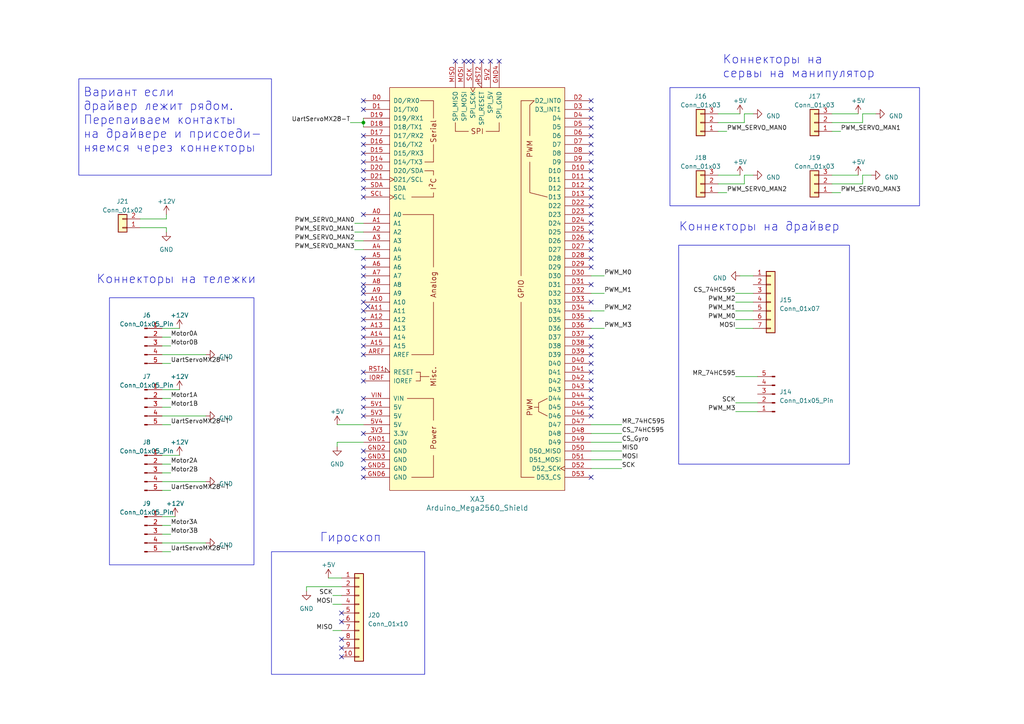
<source format=kicad_sch>
(kicad_sch (version 20230121) (generator eeschema)
  (paper "A4")
  (lib_symbols
    (symbol "Arduino:Arduino_Mega2560_Shield" (pin_names (offset 1.016))
      (property "Reference" "XA" (at 0 -62.23 0))
      (property "Value" "Arduino_Mega2560_Shield" (at 0 -66.04 0))
      (symbol "Arduino_Mega2560_Shield_0_0"
        (rectangle (start -25.4 -58.42) (end 25.4 58.42) (fill (type background)))
        (rectangle (start -20.32 -31.75) (end -12.7 -31.75))
        (rectangle (start -19.05 -54.61) (end -12.7 -54.61))
        (rectangle (start -19.05 -19.05) (end -12.7 -19.05))
        (rectangle (start -19.05 26.67) (end -12.7 26.67))
        (rectangle (start -17.78 -26.67) (end -16.51 -26.67))
        (rectangle (start -17.78 -24.13) (end -16.51 -24.13))
        (rectangle (start -16.51 -25.4) (end -13.97 -25.4))
        (rectangle (start -16.51 -24.13) (end -16.51 -26.67))
        (rectangle (start -16.51 54.61) (end -12.7 54.61))
        (rectangle (start -15.24 34.29) (end -12.7 34.29))
        (rectangle (start -15.24 36.83) (end -12.7 36.83))
        (rectangle (start -12.7 -54.61) (end -12.7 -48.26))
        (rectangle (start -12.7 -31.75) (end -12.7 -38.1))
        (rectangle (start -12.7 26.67) (end -12.7 27.94))
        (rectangle (start -12.7 34.29) (end -12.7 33.02))
        (rectangle (start -12.7 41.91) (end -12.7 36.83))
        (rectangle (start -12.7 49.53) (end -12.7 54.61))
        (rectangle (start -6.35 48.26) (end -6.35 45.72))
        (rectangle (start -2.54 45.72) (end -6.35 45.72))
        (polyline (pts (xy -21.59 21.59) (xy -12.7 21.59)))
        (polyline (pts (xy -12.7 -19.05) (xy -12.7 -3.81)))
        (polyline (pts (xy -12.7 6.35) (xy -12.7 21.59)))
        (polyline (pts (xy 12.7 -54.61) (xy 16.51 -54.61)))
        (polyline (pts (xy 12.7 54.61) (xy 16.51 54.61)))
        (polyline (pts (xy 17.78 -34.29) (xy 16.51 -34.29)))
        (polyline (pts (xy 15.24 36.83) (xy 15.24 27.94) (xy 20.32 26.67)))
        (polyline (pts (xy 15.24 44.45) (xy 15.24 53.34) (xy 16.51 54.61)))
        (polyline (pts (xy 20.32 -31.75) (xy 17.78 -33.02) (xy 17.78 -35.56) (xy 20.32 -36.83)))
        (rectangle (start 6.35 45.72) (end 2.54 45.72))
        (rectangle (start 6.35 48.26) (end 6.35 45.72))
        (text "Analog" (at -12.7 1.27 900) (effects (font (size 1.524 1.524))))
        (text "I²C" (at -12.7 30.48 900) (effects (font (size 1.524 1.524))))
        (text "Misc." (at -12.7 -25.4 900) (effects (font (size 1.524 1.524))))
        (text "Power" (at -12.7 -43.18 900) (effects (font (size 1.524 1.524))))
        (text "PWM" (at 15.24 -34.29 900) (effects (font (size 1.524 1.524))))
        (text "PWM" (at 15.24 40.64 900) (effects (font (size 1.524 1.524))))
        (text "Serial" (at -12.7 45.72 900) (effects (font (size 1.524 1.524))))
        (text "SPI" (at 0 45.72 0) (effects (font (size 1.524 1.524))))
      )
      (symbol "Arduino_Mega2560_Shield_1_0"
        (rectangle (start 12.7 -54.61) (end 12.7 -3.81))
        (rectangle (start 12.7 54.61) (end 12.7 3.81))
        (text "GPIO" (at 12.7 0 900) (effects (font (size 1.524 1.524))))
      )
      (symbol "Arduino_Mega2560_Shield_1_1"
        (pin power_out line (at -33.02 -41.91 0) (length 7.62) (name "3.3V") (number "3V3"))
        (pin power_in line (at -33.02 -34.29 0) (length 7.62) (name "5V") (number "5V1"))
        (pin power_in line (at 3.81 66.04 270) (length 7.62) (name "SPI_5V") (number "5V2"))
        (pin power_in line (at -33.02 -36.83 0) (length 7.62) (name "5V") (number "5V3"))
        (pin power_in line (at -33.02 -39.37 0) (length 7.62) (name "5V") (number "5V4"))
        (pin bidirectional line (at -33.02 21.59 0) (length 7.62) (name "A0") (number "A0"))
        (pin bidirectional line (at -33.02 19.05 0) (length 7.62) (name "A1") (number "A1"))
        (pin bidirectional line (at -33.02 -3.81 0) (length 7.62) (name "A10") (number "A10"))
        (pin bidirectional line (at -33.02 -6.35 0) (length 7.62) (name "A11") (number "A11"))
        (pin bidirectional line (at -33.02 -8.89 0) (length 7.62) (name "A12") (number "A12"))
        (pin bidirectional line (at -33.02 -11.43 0) (length 7.62) (name "A13") (number "A13"))
        (pin bidirectional line (at -33.02 -13.97 0) (length 7.62) (name "A14") (number "A14"))
        (pin bidirectional line (at -33.02 -16.51 0) (length 7.62) (name "A15") (number "A15"))
        (pin bidirectional line (at -33.02 16.51 0) (length 7.62) (name "A2") (number "A2"))
        (pin bidirectional line (at -33.02 13.97 0) (length 7.62) (name "A3") (number "A3"))
        (pin bidirectional line (at -33.02 11.43 0) (length 7.62) (name "A4") (number "A4"))
        (pin bidirectional line (at -33.02 8.89 0) (length 7.62) (name "A5") (number "A5"))
        (pin bidirectional line (at -33.02 6.35 0) (length 7.62) (name "A6") (number "A6"))
        (pin bidirectional line (at -33.02 3.81 0) (length 7.62) (name "A7") (number "A7"))
        (pin bidirectional line (at -33.02 1.27 0) (length 7.62) (name "A8") (number "A8"))
        (pin bidirectional line (at -33.02 -1.27 0) (length 7.62) (name "A9") (number "A9"))
        (pin input line (at -33.02 -19.05 0) (length 7.62) (name "AREF") (number "AREF"))
        (pin bidirectional line (at -33.02 54.61 0) (length 7.62) (name "D0/RX0") (number "D0"))
        (pin bidirectional line (at -33.02 52.07 0) (length 7.62) (name "D1/TX0") (number "D1"))
        (pin bidirectional line (at 33.02 34.29 180) (length 7.62) (name "D10") (number "D10"))
        (pin bidirectional line (at 33.02 31.75 180) (length 7.62) (name "D11") (number "D11"))
        (pin bidirectional line (at 33.02 29.21 180) (length 7.62) (name "D12") (number "D12"))
        (pin bidirectional line (at 33.02 26.67 180) (length 7.62) (name "D13") (number "D13"))
        (pin bidirectional line (at -33.02 36.83 0) (length 7.62) (name "D14/TX3") (number "D14"))
        (pin bidirectional line (at -33.02 39.37 0) (length 7.62) (name "D15/RX3") (number "D15"))
        (pin bidirectional line (at -33.02 41.91 0) (length 7.62) (name "D16/TX2") (number "D16"))
        (pin bidirectional line (at -33.02 44.45 0) (length 7.62) (name "D17/RX2") (number "D17"))
        (pin bidirectional line (at -33.02 46.99 0) (length 7.62) (name "D18/TX1") (number "D18"))
        (pin bidirectional line (at -33.02 49.53 0) (length 7.62) (name "D19/RX1") (number "D19"))
        (pin bidirectional line (at 33.02 54.61 180) (length 7.62) (name "D2_INT0") (number "D2"))
        (pin bidirectional line (at -33.02 34.29 0) (length 7.62) (name "D20/SDA") (number "D20"))
        (pin bidirectional clock (at -33.02 31.75 0) (length 7.62) (name "D21/SCL") (number "D21"))
        (pin bidirectional line (at 33.02 24.13 180) (length 7.62) (name "D22") (number "D22"))
        (pin bidirectional line (at 33.02 21.59 180) (length 7.62) (name "D23") (number "D23"))
        (pin bidirectional line (at 33.02 19.05 180) (length 7.62) (name "D24") (number "D24"))
        (pin bidirectional line (at 33.02 16.51 180) (length 7.62) (name "D25") (number "D25"))
        (pin bidirectional line (at 33.02 13.97 180) (length 7.62) (name "D26") (number "D26"))
        (pin bidirectional line (at 33.02 11.43 180) (length 7.62) (name "D27") (number "D27"))
        (pin bidirectional line (at 33.02 8.89 180) (length 7.62) (name "D28") (number "D28"))
        (pin bidirectional line (at 33.02 6.35 180) (length 7.62) (name "D29") (number "D29"))
        (pin bidirectional line (at 33.02 52.07 180) (length 7.62) (name "D3_INT1") (number "D3"))
        (pin bidirectional line (at 33.02 3.81 180) (length 7.62) (name "D30") (number "D30"))
        (pin bidirectional line (at 33.02 1.27 180) (length 7.62) (name "D31") (number "D31"))
        (pin bidirectional line (at 33.02 -1.27 180) (length 7.62) (name "D32") (number "D32"))
        (pin bidirectional line (at 33.02 -3.81 180) (length 7.62) (name "D33") (number "D33"))
        (pin bidirectional line (at 33.02 -6.35 180) (length 7.62) (name "D34") (number "D34"))
        (pin bidirectional line (at 33.02 -8.89 180) (length 7.62) (name "D35") (number "D35"))
        (pin bidirectional line (at 33.02 -11.43 180) (length 7.62) (name "D36") (number "D36"))
        (pin bidirectional line (at 33.02 -13.97 180) (length 7.62) (name "D37") (number "D37"))
        (pin bidirectional line (at 33.02 -16.51 180) (length 7.62) (name "D38") (number "D38"))
        (pin bidirectional line (at 33.02 -19.05 180) (length 7.62) (name "D39") (number "D39"))
        (pin bidirectional line (at 33.02 49.53 180) (length 7.62) (name "D4") (number "D4"))
        (pin bidirectional line (at 33.02 -21.59 180) (length 7.62) (name "D40") (number "D40"))
        (pin bidirectional line (at 33.02 -24.13 180) (length 7.62) (name "D41") (number "D41"))
        (pin bidirectional line (at 33.02 -26.67 180) (length 7.62) (name "D42") (number "D42"))
        (pin bidirectional line (at 33.02 -29.21 180) (length 7.62) (name "D43") (number "D43"))
        (pin bidirectional line (at 33.02 -31.75 180) (length 7.62) (name "D44") (number "D44"))
        (pin bidirectional line (at 33.02 -34.29 180) (length 7.62) (name "D45") (number "D45"))
        (pin bidirectional line (at 33.02 -36.83 180) (length 7.62) (name "D46") (number "D46"))
        (pin bidirectional line (at 33.02 -39.37 180) (length 7.62) (name "D47") (number "D47"))
        (pin bidirectional line (at 33.02 -41.91 180) (length 7.62) (name "D48") (number "D48"))
        (pin bidirectional line (at 33.02 -44.45 180) (length 7.62) (name "D49") (number "D49"))
        (pin bidirectional line (at 33.02 46.99 180) (length 7.62) (name "D5") (number "D5"))
        (pin bidirectional line (at 33.02 -46.99 180) (length 7.62) (name "D50_MISO") (number "D50"))
        (pin bidirectional line (at 33.02 -49.53 180) (length 7.62) (name "D51_MOSI") (number "D51"))
        (pin bidirectional clock (at 33.02 -52.07 180) (length 7.62) (name "D52_SCK") (number "D52"))
        (pin bidirectional line (at 33.02 -54.61 180) (length 7.62) (name "D53_CS") (number "D53"))
        (pin bidirectional line (at 33.02 44.45 180) (length 7.62) (name "D6") (number "D6"))
        (pin bidirectional line (at 33.02 41.91 180) (length 7.62) (name "D7") (number "D7"))
        (pin bidirectional line (at 33.02 39.37 180) (length 7.62) (name "D8") (number "D8"))
        (pin bidirectional line (at 33.02 36.83 180) (length 7.62) (name "D9") (number "D9"))
        (pin power_in line (at -33.02 -44.45 0) (length 7.62) (name "GND") (number "GND1"))
        (pin power_in line (at -33.02 -46.99 0) (length 7.62) (name "GND") (number "GND2"))
        (pin power_in line (at -33.02 -49.53 0) (length 7.62) (name "GND") (number "GND3"))
        (pin power_in line (at 6.35 66.04 270) (length 7.62) (name "SPI_GND") (number "GND4"))
        (pin power_in line (at -33.02 -52.07 0) (length 7.62) (name "GND") (number "GND5"))
        (pin power_in line (at -33.02 -54.61 0) (length 7.62) (name "GND") (number "GND6"))
        (pin output line (at -33.02 -26.67 0) (length 7.62) (name "IOREF") (number "IORF"))
        (pin input line (at -6.35 66.04 270) (length 7.62) (name "SPI_MISO") (number "MISO"))
        (pin output line (at -3.81 66.04 270) (length 7.62) (name "SPI_MOSI") (number "MOSI"))
        (pin open_collector input_low (at -33.02 -24.13 0) (length 7.62) (name "RESET") (number "RST1"))
        (pin open_collector input_low (at 1.27 66.04 270) (length 7.62) (name "SPI_RESET") (number "RST2"))
        (pin output clock (at -1.27 66.04 270) (length 7.62) (name "SPI_SCK") (number "SCK"))
        (pin bidirectional clock (at -33.02 26.67 0) (length 7.62) (name "SCL") (number "SCL"))
        (pin bidirectional line (at -33.02 29.21 0) (length 7.62) (name "SDA") (number "SDA"))
        (pin power_in line (at -33.02 -31.75 0) (length 7.62) (name "VIN") (number "VIN"))
      )
    )
    (symbol "Connector:Conn_01x05_Pin" (pin_names (offset 1.016) hide)
      (property "Reference" "J" (at 0 7.62 0))
      (property "Value" "Conn_01x05_Pin" (at 0 -7.62 0))
      (symbol "Conn_01x05_Pin_1_1"
        (polyline (pts (xy 1.27 -5.08) (xy 0.8636 -5.08)) (stroke (width 0.1524)))
        (polyline (pts (xy 1.27 -2.54) (xy 0.8636 -2.54)) (stroke (width 0.1524)))
        (polyline (pts (xy 1.27 0) (xy 0.8636 0)) (stroke (width 0.1524)))
        (polyline (pts (xy 1.27 2.54) (xy 0.8636 2.54)) (stroke (width 0.1524)))
        (polyline (pts (xy 1.27 5.08) (xy 0.8636 5.08)) (stroke (width 0.1524)))
        (rectangle (start 0.8636 -4.953) (end 0 -5.207) (stroke (width 0.1524)) (fill (type outline)))
        (rectangle (start 0.8636 -2.413) (end 0 -2.667) (stroke (width 0.1524)) (fill (type outline)))
        (rectangle (start 0.8636 0.127) (end 0 -0.127) (stroke (width 0.1524)) (fill (type outline)))
        (rectangle (start 0.8636 2.667) (end 0 2.413) (stroke (width 0.1524)) (fill (type outline)))
        (rectangle (start 0.8636 5.207) (end 0 4.953) (stroke (width 0.1524)) (fill (type outline)))
        (pin passive line (at 5.08 5.08 180) (length 3.81) (name "Pin_1") (number "1"))
        (pin passive line (at 5.08 2.54 180) (length 3.81) (name "Pin_2") (number "2"))
        (pin passive line (at 5.08 0 180) (length 3.81) (name "Pin_3") (number "3"))
        (pin passive line (at 5.08 -2.54 180) (length 3.81) (name "Pin_4") (number "4"))
        (pin passive line (at 5.08 -5.08 180) (length 3.81) (name "Pin_5") (number "5"))
      )
    )
    (symbol "Connector_Generic:Conn_01x02" (pin_names (offset 1.016) hide)
      (property "Reference" "J" (at 0 2.54 0))
      (property "Value" "Conn_01x02" (at 0 -5.08 0))
      (symbol "Conn_01x02_1_1"
        (rectangle (start -1.27 -2.413) (end 0 -2.667) (stroke (width 0.1524)))
        (rectangle (start -1.27 0.127) (end 0 -0.127) (stroke (width 0.1524)))
        (rectangle (start -1.27 1.27) (end 1.27 -3.81) (stroke (width 0.254)) (fill (type background)))
        (pin passive line (at -5.08 0 0) (length 3.81) (name "Pin_1") (number "1"))
        (pin passive line (at -5.08 -2.54 0) (length 3.81) (name "Pin_2") (number "2"))
      )
    )
    (symbol "Connector_Generic:Conn_01x03" (pin_names (offset 1.016) hide)
      (property "Reference" "J" (at 0 5.08 0))
      (property "Value" "Conn_01x03" (at 0 -5.08 0))
      (symbol "Conn_01x03_1_1"
        (rectangle (start -1.27 -2.413) (end 0 -2.667) (stroke (width 0.1524)))
        (rectangle (start -1.27 0.127) (end 0 -0.127) (stroke (width 0.1524)))
        (rectangle (start -1.27 2.667) (end 0 2.413) (stroke (width 0.1524)))
        (rectangle (start -1.27 3.81) (end 1.27 -3.81) (stroke (width 0.254)) (fill (type background)))
        (pin passive line (at -5.08 2.54 0) (length 3.81) (name "Pin_1") (number "1"))
        (pin passive line (at -5.08 0 0) (length 3.81) (name "Pin_2") (number "2"))
        (pin passive line (at -5.08 -2.54 0) (length 3.81) (name "Pin_3") (number "3"))
      )
    )
    (symbol "Connector_Generic:Conn_01x07" (pin_names (offset 1.016) hide)
      (property "Reference" "J" (at 0 10.16 0))
      (property "Value" "Conn_01x07" (at 0 -10.16 0))
      (symbol "Conn_01x07_1_1"
        (rectangle (start -1.27 -7.493) (end 0 -7.747) (stroke (width 0.1524)))
        (rectangle (start -1.27 -4.953) (end 0 -5.207) (stroke (width 0.1524)))
        (rectangle (start -1.27 -2.413) (end 0 -2.667) (stroke (width 0.1524)))
        (rectangle (start -1.27 0.127) (end 0 -0.127) (stroke (width 0.1524)))
        (rectangle (start -1.27 2.667) (end 0 2.413) (stroke (width 0.1524)))
        (rectangle (start -1.27 5.207) (end 0 4.953) (stroke (width 0.1524)))
        (rectangle (start -1.27 7.747) (end 0 7.493) (stroke (width 0.1524)))
        (rectangle (start -1.27 8.89) (end 1.27 -8.89) (stroke (width 0.254)) (fill (type background)))
        (pin passive line (at -5.08 7.62 0) (length 3.81) (name "Pin_1") (number "1"))
        (pin passive line (at -5.08 5.08 0) (length 3.81) (name "Pin_2") (number "2"))
        (pin passive line (at -5.08 2.54 0) (length 3.81) (name "Pin_3") (number "3"))
        (pin passive line (at -5.08 0 0) (length 3.81) (name "Pin_4") (number "4"))
        (pin passive line (at -5.08 -2.54 0) (length 3.81) (name "Pin_5") (number "5"))
        (pin passive line (at -5.08 -5.08 0) (length 3.81) (name "Pin_6") (number "6"))
        (pin passive line (at -5.08 -7.62 0) (length 3.81) (name "Pin_7") (number "7"))
      )
    )
    (symbol "Connector_Generic:Conn_01x10" (pin_names (offset 1.016) hide)
      (property "Reference" "J" (at 0 12.7 0))
      (property "Value" "Conn_01x10" (at 0 -15.24 0))
      (symbol "Conn_01x10_1_1"
        (rectangle (start -1.27 -12.573) (end 0 -12.827) (stroke (width 0.1524)))
        (rectangle (start -1.27 -10.033) (end 0 -10.287) (stroke (width 0.1524)))
        (rectangle (start -1.27 -7.493) (end 0 -7.747) (stroke (width 0.1524)))
        (rectangle (start -1.27 -4.953) (end 0 -5.207) (stroke (width 0.1524)))
        (rectangle (start -1.27 -2.413) (end 0 -2.667) (stroke (width 0.1524)))
        (rectangle (start -1.27 0.127) (end 0 -0.127) (stroke (width 0.1524)))
        (rectangle (start -1.27 2.667) (end 0 2.413) (stroke (width 0.1524)))
        (rectangle (start -1.27 5.207) (end 0 4.953) (stroke (width 0.1524)))
        (rectangle (start -1.27 7.747) (end 0 7.493) (stroke (width 0.1524)))
        (rectangle (start -1.27 10.287) (end 0 10.033) (stroke (width 0.1524)))
        (rectangle (start -1.27 11.43) (end 1.27 -13.97) (stroke (width 0.254)) (fill (type background)))
        (pin passive line (at -5.08 10.16 0) (length 3.81) (name "Pin_1") (number "1"))
        (pin passive line (at -5.08 -12.7 0) (length 3.81) (name "Pin_10") (number "10"))
        (pin passive line (at -5.08 7.62 0) (length 3.81) (name "Pin_2") (number "2"))
        (pin passive line (at -5.08 5.08 0) (length 3.81) (name "Pin_3") (number "3"))
        (pin passive line (at -5.08 2.54 0) (length 3.81) (name "Pin_4") (number "4"))
        (pin passive line (at -5.08 0 0) (length 3.81) (name "Pin_5") (number "5"))
        (pin passive line (at -5.08 -2.54 0) (length 3.81) (name "Pin_6") (number "6"))
        (pin passive line (at -5.08 -5.08 0) (length 3.81) (name "Pin_7") (number "7"))
        (pin passive line (at -5.08 -7.62 0) (length 3.81) (name "Pin_8") (number "8"))
        (pin passive line (at -5.08 -10.16 0) (length 3.81) (name "Pin_9") (number "9"))
      )
    )
    (symbol "power:+12V" (power) (pin_names (offset 0))
      (property "Value" "+12V" (at 0 3.556 0))
      (symbol "+12V_0_1"
        (polyline (pts (xy -0.762 1.27) (xy 0 2.54)))
        (polyline (pts (xy 0 0) (xy 0 2.54)))
        (polyline (pts (xy 0 2.54) (xy 0.762 1.27)))
      )
      (symbol "+12V_1_1"
        (pin power_in line (at 0 0 90) (length 0) hide (name "+12V") (number "1"))
      )
    )
    (symbol "power:+5V" (power) (pin_names (offset 0))
      (property "Value" "+5V" (at 0 3.556 0))
      (symbol "+5V_0_1"
        (polyline (pts (xy -0.762 1.27) (xy 0 2.54)))
        (polyline (pts (xy 0 0) (xy 0 2.54)))
        (polyline (pts (xy 0 2.54) (xy 0.762 1.27)))
      )
      (symbol "+5V_1_1"
        (pin power_in line (at 0 0 90) (length 0) hide (name "+5V") (number "1"))
      )
    )
    (symbol "power:GND" (power) (pin_names (offset 0))
      (property "Value" "GND" (at 0 -3.81 0))
      (symbol "GND_0_1"
        (polyline (pts (xy 0 0) (xy 0 -1.27) (xy 1.27 -1.27) (xy 0 -2.54) (xy -1.27 -1.27) (xy 0 -1.27)))
      )
      (symbol "GND_1_1"
        (pin power_in line (at 0 0 270) (length 0) hide (name "GND") (number "1"))
      )
    )
  )
  (junction (at 105.41 35.56))
  (no_connect (at 171.45 36.83))
  (no_connect (at 105.41 74.93))
  (no_connect (at 105.41 39.37))
  (no_connect (at 105.41 82.55))
  (no_connect (at 171.45 120.65))
  (no_connect (at 105.41 29.21))
  (no_connect (at 105.41 85.09))
  (no_connect (at 105.41 107.95))
  (no_connect (at 171.45 82.55))
  (no_connect (at 105.41 52.07))
  (no_connect (at 105.41 138.43))
  (no_connect (at 171.45 107.95))
  (no_connect (at 171.45 74.93))
  (no_connect (at 99.06 177.8))
  (no_connect (at 171.45 52.07))
  (no_connect (at 99.06 180.34))
  (no_connect (at 105.41 80.01))
  (no_connect (at 105.41 133.35))
  (no_connect (at 105.41 118.11))
  (no_connect (at 139.7 17.78))
  (no_connect (at 105.41 41.91))
  (no_connect (at 105.41 100.33))
  (no_connect (at 171.45 29.21))
  (no_connect (at 105.41 120.65))
  (no_connect (at 171.45 92.71))
  (no_connect (at 142.24 17.78))
  (no_connect (at 171.45 115.57))
  (no_connect (at 105.41 92.71))
  (no_connect (at 105.41 77.47))
  (no_connect (at 105.41 31.75))
  (no_connect (at 171.45 102.87))
  (no_connect (at 105.41 46.99))
  (no_connect (at 171.45 54.61))
  (no_connect (at 105.41 135.89))
  (no_connect (at 171.45 44.45))
  (no_connect (at 99.06 190.5))
  (no_connect (at 105.41 95.25))
  (no_connect (at 105.41 90.17))
  (no_connect (at 171.45 97.79))
  (no_connect (at 105.41 44.45))
  (no_connect (at 105.41 83.82))
  (no_connect (at 171.45 57.15))
  (no_connect (at 171.45 39.37))
  (no_connect (at 171.45 72.39))
  (no_connect (at 105.41 87.63))
  (no_connect (at 105.41 110.49))
  (no_connect (at 137.16 17.78))
  (no_connect (at 144.78 17.78))
  (no_connect (at 99.06 187.96))
  (no_connect (at 171.45 67.31))
  (no_connect (at 171.45 105.41))
  (no_connect (at 171.45 87.63))
  (no_connect (at 171.45 46.99))
  (no_connect (at 171.45 31.75))
  (no_connect (at 105.41 49.53))
  (no_connect (at 105.41 62.23))
  (no_connect (at 171.45 77.47))
  (no_connect (at 134.62 17.78))
  (no_connect (at 106.68 88.9))
  (no_connect (at 171.45 41.91))
  (no_connect (at 105.41 97.79))
  (no_connect (at 171.45 64.77))
  (no_connect (at 171.45 69.85))
  (no_connect (at 171.45 34.29))
  (no_connect (at 105.41 130.81))
  (no_connect (at 171.45 100.33))
  (no_connect (at 171.45 62.23))
  (no_connect (at 105.41 125.73))
  (no_connect (at 171.45 138.43))
  (no_connect (at 171.45 49.53))
  (no_connect (at 171.45 59.69))
  (no_connect (at 105.41 57.15))
  (no_connect (at 171.45 113.03))
  (no_connect (at 105.41 115.57))
  (no_connect (at 132.08 17.78))
  (no_connect (at 171.45 110.49))
  (no_connect (at 105.41 102.87))
  (no_connect (at 105.41 54.61))
  (no_connect (at 99.06 185.42))
  (no_connect (at 135.89 17.78))
  (no_connect (at 171.45 118.11))
  (wire (pts (xy 105.41 34.29) (xy 105.41 35.56)))
  (wire (pts (xy 241.3 38.1) (xy 243.84 38.1)))
  (wire (pts (xy 171.45 128.27) (xy 180.34 128.27)))
  (wire (pts (xy 208.28 55.88) (xy 210.82 55.88)))
  (wire (pts (xy 88.9 170.18) (xy 99.06 170.18)))
  (wire (pts (xy 215.9 50.8) (xy 218.44 50.8)))
  (wire (pts (xy 46.99 132.08) (xy 52.07 132.08)))
  (wire (pts (xy 250.19 33.02) (xy 250.19 35.56)))
  (wire (pts (xy 215.9 33.02) (xy 215.9 35.56)))
  (wire (pts (xy 213.36 87.63) (xy 218.44 87.63)))
  (wire (pts (xy 105.41 35.56) (xy 105.41 36.83)))
  (wire (pts (xy 46.99 149.86) (xy 50.8 149.86)))
  (wire (pts (xy 213.36 95.25) (xy 218.44 95.25)))
  (wire (pts (xy 241.3 50.8) (xy 248.92 50.8)))
  (wire (pts (xy 215.9 50.8) (xy 215.9 53.34)))
  (wire (pts (xy 208.28 38.1) (xy 210.82 38.1)))
  (wire (pts (xy 96.52 172.72) (xy 99.06 172.72)))
  (wire (pts (xy 213.36 85.09) (xy 218.44 85.09)))
  (wire (pts (xy 171.45 85.09) (xy 175.26 85.09)))
  (wire (pts (xy 171.45 123.19) (xy 180.34 123.19)))
  (wire (pts (xy 40.64 63.5) (xy 48.26 63.5)))
  (wire (pts (xy 101.6 35.56) (xy 105.41 35.56)))
  (wire (pts (xy 46.99 154.94) (xy 49.53 154.94)))
  (wire (pts (xy 46.99 123.19) (xy 49.53 123.19)))
  (wire (pts (xy 213.36 90.17) (xy 218.44 90.17)))
  (wire (pts (xy 46.99 95.25) (xy 52.07 95.25)))
  (wire (pts (xy 46.99 160.02) (xy 49.53 160.02)))
  (wire (pts (xy 171.45 95.25) (xy 175.26 95.25)))
  (wire (pts (xy 46.99 105.41) (xy 49.53 105.41)))
  (wire (pts (xy 171.45 135.89) (xy 180.34 135.89)))
  (wire (pts (xy 46.99 137.16) (xy 49.53 137.16)))
  (wire (pts (xy 214.63 80.01) (xy 218.44 80.01)))
  (wire (pts (xy 213.36 119.38) (xy 219.71 119.38)))
  (wire (pts (xy 96.52 182.88) (xy 99.06 182.88)))
  (wire (pts (xy 40.64 66.04) (xy 48.26 66.04)))
  (wire (pts (xy 241.3 55.88) (xy 243.84 55.88)))
  (wire (pts (xy 46.99 142.24) (xy 49.53 142.24)))
  (wire (pts (xy 102.87 64.77) (xy 105.41 64.77)))
  (wire (pts (xy 171.45 130.81) (xy 180.34 130.81)))
  (wire (pts (xy 48.26 66.04) (xy 48.26 67.31)))
  (wire (pts (xy 46.99 118.11) (xy 49.53 118.11)))
  (wire (pts (xy 88.9 170.18) (xy 88.9 171.45)))
  (wire (pts (xy 215.9 33.02) (xy 218.44 33.02)))
  (wire (pts (xy 171.45 133.35) (xy 180.34 133.35)))
  (wire (pts (xy 213.36 92.71) (xy 218.44 92.71)))
  (wire (pts (xy 213.36 116.84) (xy 219.71 116.84)))
  (wire (pts (xy 250.19 50.8) (xy 250.19 53.34)))
  (wire (pts (xy 213.36 109.22) (xy 219.71 109.22)))
  (wire (pts (xy 171.45 125.73) (xy 180.34 125.73)))
  (wire (pts (xy 250.19 50.8) (xy 252.73 50.8)))
  (wire (pts (xy 215.9 53.34) (xy 208.28 53.34)))
  (wire (pts (xy 171.45 80.01) (xy 175.26 80.01)))
  (wire (pts (xy 46.99 120.65) (xy 59.69 120.65)))
  (wire (pts (xy 46.99 139.7) (xy 59.69 139.7)))
  (wire (pts (xy 250.19 53.34) (xy 241.3 53.34)))
  (wire (pts (xy 215.9 35.56) (xy 208.28 35.56)))
  (wire (pts (xy 102.87 72.39) (xy 105.41 72.39)))
  (wire (pts (xy 241.3 33.02) (xy 248.92 33.02)))
  (wire (pts (xy 46.99 152.4) (xy 49.53 152.4)))
  (wire (pts (xy 97.79 128.27) (xy 97.79 129.54)))
  (wire (pts (xy 208.28 33.02) (xy 214.63 33.02)))
  (wire (pts (xy 46.99 134.62) (xy 49.53 134.62)))
  (wire (pts (xy 102.87 69.85) (xy 105.41 69.85)))
  (wire (pts (xy 102.87 67.31) (xy 105.41 67.31)))
  (wire (pts (xy 105.41 128.27) (xy 97.79 128.27)))
  (wire (pts (xy 46.99 102.87) (xy 59.69 102.87)))
  (wire (pts (xy 46.99 100.33) (xy 49.53 100.33)))
  (wire (pts (xy 250.19 35.56) (xy 241.3 35.56)))
  (wire (pts (xy 46.99 97.79) (xy 49.53 97.79)))
  (wire (pts (xy 208.28 50.8) (xy 214.63 50.8)))
  (wire (pts (xy 171.45 90.17) (xy 175.26 90.17)))
  (wire (pts (xy 250.19 33.02) (xy 254 33.02)))
  (wire (pts (xy 46.99 115.57) (xy 49.53 115.57)))
  (wire (pts (xy 46.99 157.48) (xy 59.69 157.48)))
  (wire (pts (xy 96.52 175.26) (xy 99.06 175.26)))
  (wire (pts (xy 46.99 113.03) (xy 52.07 113.03)))
  (wire (pts (xy 97.79 123.19) (xy 105.41 123.19)))
  (wire (pts (xy 95.25 167.64) (xy 99.06 167.64)))
  (wire (pts (xy 48.26 63.5) (xy 48.26 62.23)))
  (rectangle (start 194.31 25.4) (end 266.7 59.69))
  (rectangle (start 31.75 86.36) (end 73.66 163.83))
  (rectangle (start 22.86 22.86) (end 78.74 50.8))
  (rectangle (start 78.74 160.02) (end 123.19 195.58))
  (rectangle (start 196.85 71.12) (end 246.38 134.62))
  (text "Вариант если\nдрайвер лежит рядом.\nПерепаиваем контакты\nна драйвере и присоеди-\nняемся через коннекторы" (at 24.13 44.45 0) (effects (font (size 2.5 2.5)) (justify left bottom)))
  (text "Коннекторы на\nсервы на манипулятор" (at 209.55 22.86 0) (effects (font (size 2.5 2.5)) (justify left bottom)))
  (text "Гироскоп" (at 92.71 157.48 0) (effects (font (size 2.5 2.5)) (justify left bottom)))
  (text "Коннекторы на тележки" (at 27.94 82.55 0) (effects (font (size 2.5 2.5)) (justify left bottom)))
  (text "Коннекторы на драйвер" (at 196.85 67.31 0) (effects (font (size 2.5 2.5)) (justify left bottom)))
  (label "SCK" (at 96.52 172.72 180))
  (label "UartServoMX28-T" (at 49.53 105.41 0))
  (label "UartServoMX28-T" (at 101.6 35.56 180))
  (label "Motor1B" (at 49.53 118.11 0))
  (label "UartServoMX28-T" (at 49.53 160.02 0))
  (label "MISO" (at 96.52 182.88 180))
  (label "PWM_M0" (at 213.36 92.71 180))
  (label "MOSI" (at 180.34 133.35 0))
  (label "MOSI" (at 213.36 95.25 180))
  (label "PWM_SERVO_MAN2" (at 102.87 69.85 180))
  (label "PWM_SERVO_MAN0" (at 102.87 64.77 180))
  (label "PWM_SERVO_MAN1" (at 102.87 67.31 180))
  (label "PWM_SERVO_MAN0" (at 210.82 38.1 0))
  (label "CS_74HC595" (at 213.36 85.09 180))
  (label "SCK" (at 213.36 116.84 180))
  (label "Motor0A" (at 49.53 97.79 0))
  (label "PWM_SERVO_MAN1" (at 243.84 38.1 0))
  (label "PWM_SERVO_MAN3" (at 102.87 72.39 180))
  (label "MR_74HC595" (at 180.34 123.19 0))
  (label "Motor2A" (at 49.53 134.62 0))
  (label "PWM_SERVO_MAN2" (at 210.82 55.88 0))
  (label "PWM_M3" (at 213.36 119.38 180))
  (label "Motor0B" (at 49.53 100.33 0))
  (label "PWM_M3" (at 175.26 95.25 0))
  (label "Motor3A" (at 49.53 152.4 0))
  (label "CS_Gyro" (at 180.34 128.27 0))
  (label "UartServoMX28-T" (at 49.53 123.19 0))
  (label "MOSI" (at 96.52 175.26 180))
  (label "Motor2B" (at 49.53 137.16 0))
  (label "Motor1A" (at 49.53 115.57 0))
  (label "PWM_M0" (at 175.26 80.01 0))
  (label "MR_74HC595" (at 213.36 109.22 180))
  (label "MISO" (at 180.34 130.81 0))
  (label "PWM_M1" (at 213.36 90.17 180))
  (label "PWM_SERVO_MAN3" (at 243.84 55.88 0))
  (label "PWM_M2" (at 213.36 87.63 180))
  (label "CS_74HC595" (at 180.34 125.73 0))
  (label "PWM_M2" (at 175.26 90.17 0))
  (label "UartServoMX28-T" (at 49.53 142.24 0))
  (label "SCK" (at 180.34 135.89 0))
  (label "PWM_M1" (at 175.26 85.09 0))
  (label "Motor3B" (at 49.53 154.94 0))
  (symbol (lib_id "power:+5V") (at 95.25 167.64 0) (unit 1)
    (property "Reference" "#PWR039" (effects hide))
    (property "Value" "+5V" (at 95.25 163.83 0))
  )
  (symbol (lib_id "power:+5V") (at 248.92 50.8 0) (unit 1)
    (property "Reference" "#PWR037" (effects hide))
    (property "Value" "+5V" (at 248.92 46.99 0))
  )
  (symbol (lib_id "Connector_Generic:Conn_01x03") (at 203.2 53.34 180) (unit 1)
    (property "Reference" "J18" (at 203.2 45.72 0))
    (property "Value" "Conn_01x03" (at 203.2 48.26 0))
    (property "Footprint" "Connector_PinSocket_2.54mm:PinSocket_1x03_P2.54mm_Vertical" (effects hide))
  )
  (symbol (lib_id "power:GND") (at 59.69 139.7 90) (unit 1)
    (property "Reference" "#PWR015" (effects hide))
    (property "Value" "GND" (at 63.5 140.335 90) (effects (justify right)))
    (instances (project "Mega-servo" (path "" (reference "#PWR015") (unit 1)) (path "" (reference "#PWR027") (unit 1))))
  )
  (symbol (lib_id "Arduino:Arduino_Mega2560_Shield") (at 138.43 83.82 0) (unit 1)
    (property "Reference" "XA3" (at 138.43 144.78 0) (effects (font (size 1.524 1.524))))
    (property "Value" "Arduino_Mega2560_Shield" (at 138.43 147.32 0) (effects (font (size 1.524 1.524))))
    (property "Footprint" "Arduino:Arduino_Mega2560_Shield" (effects hide))
    (property "Datasheet" "https://docs.arduino.cc/hardware/mega-2560" (effects hide))
  )
  (symbol (lib_id "Connector_Generic:Conn_01x03") (at 236.22 53.34 180) (unit 1)
    (property "Reference" "J19" (at 236.22 45.72 0))
    (property "Value" "Conn_01x03" (at 236.22 48.26 0))
    (property "Footprint" "Connector_PinSocket_2.54mm:PinSocket_1x03_P2.54mm_Vertical" (effects hide))
  )
  (symbol (lib_id "power:GND") (at 59.69 102.87 90) (unit 1)
    (property "Reference" "#PWR013" (effects hide))
    (property "Value" "GND" (at 63.5 103.505 90) (effects (justify right)))
    (instances (project "Mega-servo" (path "" (reference "#PWR013") (unit 1)) (path "" (reference "#PWR025") (unit 1))))
  )
  (symbol (lib_id "Connector_Generic:Conn_01x03") (at 203.2 35.56 180) (unit 1)
    (property "Reference" "J16" (at 203.2 27.94 0))
    (property "Value" "Conn_01x03" (at 203.2 30.48 0))
    (property "Footprint" "Connector_PinSocket_2.54mm:PinSocket_1x03_P2.54mm_Vertical" (effects hide))
  )
  (symbol (lib_id "power:+5V") (at 97.79 123.19 0) (unit 1)
    (property "Reference" "#PWR040" (effects hide))
    (property "Value" "+5V" (at 97.79 119.38 0))
  )
  (symbol (lib_id "power:GND") (at 218.44 50.8 90) (unit 1)
    (property "Reference" "#PWR016" (effects hide))
    (property "Value" "GND" (at 222.25 51.435 90) (effects (justify right)))
    (instances (project "Mega-servo" (path "" (reference "#PWR016") (unit 1)) (path "" (reference "#PWR032") (unit 1))))
  )
  (symbol (lib_id "power:GND") (at 252.73 50.8 90) (unit 1)
    (property "Reference" "#PWR016" (effects hide))
    (property "Value" "GND" (at 256.54 51.435 90) (effects (justify right)))
    (instances (project "Mega-servo" (path "" (reference "#PWR016") (unit 1)) (path "" (reference "#PWR033") (unit 1))))
  )
  (symbol (lib_id "power:GND") (at 254 33.02 90) (unit 1)
    (property "Reference" "#PWR016" (effects hide))
    (property "Value" "GND" (at 257.81 33.655 90) (effects (justify right)))
    (instances (project "Mega-servo" (path "" (reference "#PWR016") (unit 1)) (path "" (reference "#PWR031") (unit 1))))
  )
  (symbol (lib_id "power:+5V") (at 214.63 33.02 0) (unit 1)
    (property "Reference" "#PWR034" (effects hide))
    (property "Value" "+5V" (at 214.63 29.21 0))
  )
  (symbol (lib_id "Connector:Conn_01x05_Pin") (at 41.91 137.16 0) (unit 1)
    (property "Reference" "J8" (at 42.545 128.27 0))
    (property "Value" "Conn_01x05_Pin" (at 42.545 130.81 0))
    (property "Footprint" "Connector_PinHeader_2.54mm:PinHeader_1x05_P2.54mm_Vertical" (effects hide))
    (instances (project "Mega-servo" (path "" (reference "J8") (unit 1)) (path "" (reference "J12") (unit 1))))
  )
  (symbol (lib_id "power:GND") (at 59.69 157.48 90) (unit 1)
    (property "Reference" "#PWR016" (effects hide))
    (property "Value" "GND" (at 63.5 158.115 90) (effects (justify right)))
    (instances (project "Mega-servo" (path "" (reference "#PWR016") (unit 1)) (path "" (reference "#PWR028") (unit 1))))
  )
  (symbol (lib_id "power:GND") (at 59.69 120.65 90) (unit 1)
    (property "Reference" "#PWR014" (effects hide))
    (property "Value" "GND" (at 63.5 121.285 90) (effects (justify right)))
    (instances (project "Mega-servo" (path "" (reference "#PWR014") (unit 1)) (path "" (reference "#PWR026") (unit 1))))
  )
  (symbol (lib_id "power:+12V") (at 52.07 95.25 0) (unit 1)
    (property "Reference" "#PWR017" (effects hide))
    (property "Value" "+12V" (at 52.07 91.44 0))
    (instances (project "Mega-servo" (path "" (reference "#PWR017") (unit 1)) (path "" (reference "#PWR022") (unit 1))))
  )
  (symbol (lib_id "power:GND") (at 218.44 33.02 90) (unit 1)
    (property "Reference" "#PWR016" (effects hide))
    (property "Value" "GND" (at 222.25 33.655 90) (effects (justify right)))
    (instances (project "Mega-servo" (path "" (reference "#PWR016") (unit 1)) (path "" (reference "#PWR030") (unit 1))))
  )
  (symbol (lib_id "power:+12V") (at 52.07 113.03 0) (unit 1)
    (property "Reference" "#PWR018" (effects hide))
    (property "Value" "+12V" (at 52.07 109.22 0))
    (instances (project "Mega-servo" (path "" (reference "#PWR018") (unit 1)) (path "" (reference "#PWR023") (unit 1))))
  )
  (symbol (lib_id "Connector_Generic:Conn_01x07") (at 223.52 87.63 0) (unit 1)
    (property "Reference" "J15" (at 226.06 86.995 0) (effects (justify left)))
    (property "Value" "Conn_01x07" (at 226.06 89.535 0) (effects (justify left)))
    (property "Footprint" "Connector_PinSocket_2.54mm:PinSocket_1x07_P2.54mm_Vertical" (effects hide))
  )
  (symbol (lib_id "power:GND") (at 48.26 67.31 0) (unit 1)
    (property "Reference" "#PWR013" (effects hide))
    (property "Value" "GND" (at 48.26 72.39 0))
    (instances (project "Mega-servo" (path "" (reference "#PWR013") (unit 1)) (path "" (reference "#PWR043") (unit 1))))
  )
  (symbol (lib_id "Connector_Generic:Conn_01x03") (at 236.22 35.56 180) (unit 1)
    (property "Reference" "J17" (at 236.22 27.94 0))
    (property "Value" "Conn_01x03" (at 236.22 30.48 0))
    (property "Footprint" "Connector_PinSocket_2.54mm:PinSocket_1x03_P2.54mm_Vertical" (effects hide))
  )
  (symbol (lib_id "power:+12V") (at 52.07 132.08 0) (unit 1)
    (property "Reference" "#PWR019" (effects hide))
    (property "Value" "+12V" (at 52.07 128.27 0))
    (instances (project "Mega-servo" (path "" (reference "#PWR019") (unit 1)) (path "" (reference "#PWR024") (unit 1))))
  )
  (symbol (lib_id "Connector:Conn_01x05_Pin") (at 224.79 114.3 180) (unit 1)
    (property "Reference" "J14" (at 226.06 113.665 0) (effects (justify right)))
    (property "Value" "Conn_01x05_Pin" (at 226.06 116.205 0) (effects (justify right)))
    (property "Footprint" "Connector_PinSocket_2.54mm:PinSocket_1x05_P2.54mm_Vertical" (effects hide))
  )
  (symbol (lib_id "power:+5V") (at 214.63 50.8 0) (unit 1)
    (property "Reference" "#PWR036" (effects hide))
    (property "Value" "+5V" (at 214.63 46.99 0))
  )
  (symbol (lib_id "power:GND") (at 88.9 171.45 0) (unit 1)
    (property "Reference" "#PWR013" (effects hide))
    (property "Value" "GND" (at 88.9 176.53 0))
    (instances (project "Mega-servo" (path "" (reference "#PWR013") (unit 1)) (path "" (reference "#PWR041") (unit 1))))
  )
  (symbol (lib_id "power:+12V") (at 48.26 62.23 0) (unit 1)
    (property "Reference" "#PWR017" (effects hide))
    (property "Value" "+12V" (at 48.26 58.42 0))
    (instances (project "Mega-servo" (path "" (reference "#PWR017") (unit 1)) (path "" (reference "#PWR042") (unit 1))))
  )
  (symbol (lib_id "power:GND") (at 97.79 129.54 0) (unit 1)
    (property "Reference" "#PWR013" (effects hide))
    (property "Value" "GND" (at 97.79 134.62 0))
    (instances (project "Mega-servo" (path "" (reference "#PWR013") (unit 1)) (path "" (reference "#PWR038") (unit 1))))
  )
  (symbol (lib_id "Connector:Conn_01x05_Pin") (at 41.91 154.94 0) (unit 1)
    (property "Reference" "J9" (at 42.545 146.05 0))
    (property "Value" "Conn_01x05_Pin" (at 42.545 148.59 0))
    (property "Footprint" "Connector_PinHeader_2.54mm:PinHeader_1x05_P2.54mm_Vertical" (effects hide))
    (instances (project "Mega-servo" (path "" (reference "J9") (unit 1)) (path "" (reference "J13") (unit 1))))
  )
  (symbol (lib_id "power:+12V") (at 50.8 149.86 0) (unit 1)
    (property "Reference" "#PWR020" (effects hide))
    (property "Value" "+12V" (at 50.8 146.05 0))
    (instances (project "Mega-servo" (path "" (reference "#PWR020") (unit 1)) (path "" (reference "#PWR021") (unit 1))))
  )
  (symbol (lib_id "Connector:Conn_01x05_Pin") (at 41.91 118.11 0) (unit 1)
    (property "Reference" "J7" (at 42.545 109.22 0))
    (property "Value" "Conn_01x05_Pin" (at 42.545 111.76 0))
    (property "Footprint" "Connector_PinHeader_2.54mm:PinHeader_1x05_P2.54mm_Vertical" (effects hide))
    (instances (project "Mega-servo" (path "" (reference "J7") (unit 1)) (path "" (reference "J11") (unit 1))))
  )
  (symbol (lib_id "power:+5V") (at 248.92 33.02 0) (unit 1)
    (property "Reference" "#PWR035" (effects hide))
    (property "Value" "+5V" (at 248.92 29.21 0))
  )
  (symbol (lib_id "Connector:Conn_01x05_Pin") (at 41.91 100.33 0) (unit 1)
    (property "Reference" "J6" (at 42.545 91.44 0))
    (property "Value" "Conn_01x05_Pin" (at 42.545 93.98 0))
    (property "Footprint" "Connector_PinHeader_2.54mm:PinHeader_1x05_P2.54mm_Vertical" (effects hide))
    (instances (project "Mega-servo" (path "" (reference "J6") (unit 1)) (path "" (reference "J10") (unit 1))))
  )
  (symbol (lib_id "Connector_Generic:Conn_01x10") (at 104.14 177.8 0) (unit 1)
    (property "Reference" "J20" (at 106.68 178.435 0) (effects (justify left)))
    (property "Value" "Conn_01x10" (at 106.68 180.975 0) (effects (justify left)))
    (property "Footprint" "Connector_PinSocket_2.54mm:PinSocket_1x10_P2.54mm_Vertical" (effects hide))
  )
  (symbol (lib_id "power:GND") (at 214.63 80.01 270) (unit 1)
    (property "Reference" "#PWR016" (effects hide))
    (property "Value" "GND" (at 210.82 80.645 90) (effects (justify right)))
    (instances (project "Mega-servo" (path "" (reference "#PWR016") (unit 1)) (path "" (reference "#PWR029") (unit 1))))
  )
  (symbol (lib_id "Connector_Generic:Conn_01x02") (at 35.56 66.04 180) (unit 1)
    (property "Reference" "J21" (at 35.56 58.42 0))
    (property "Value" "Conn_01x02" (at 35.56 60.96 0))
    (property "Footprint" "Connector_PinSocket_2.54mm:PinSocket_1x02_P2.54mm_Vertical" (effects hide))
  )
)
</source>
